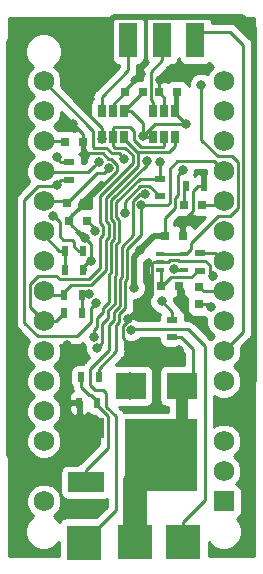
<source format=gbl>
G04 #@! TF.GenerationSoftware,KiCad,Pcbnew,(5.0.0-3-g5ebb6b6)*
G04 #@! TF.CreationDate,2018-09-15T11:59:02+02:00*
G04 #@! TF.ProjectId,Nano_Lambda,4E616E6F5F4C616D6264612E6B696361,rev?*
G04 #@! TF.SameCoordinates,Original*
G04 #@! TF.FileFunction,Copper,L2,Bot,Signal*
G04 #@! TF.FilePolarity,Positive*
%FSLAX46Y46*%
G04 Gerber Fmt 4.6, Leading zero omitted, Abs format (unit mm)*
G04 Created by KiCad (PCBNEW (5.0.0-3-g5ebb6b6)) date Saturday, 15 September 2018 at 11:59:02*
%MOMM*%
%LPD*%
G01*
G04 APERTURE LIST*
G04 #@! TA.AperFunction,ComponentPad*
%ADD10C,1.727200*%
G04 #@! TD*
G04 #@! TA.AperFunction,ComponentPad*
%ADD11R,1.727200X1.727200*%
G04 #@! TD*
G04 #@! TA.AperFunction,SMDPad,CuDef*
%ADD12R,0.797560X0.797560*%
G04 #@! TD*
G04 #@! TA.AperFunction,SMDPad,CuDef*
%ADD13R,0.800000X0.750000*%
G04 #@! TD*
G04 #@! TA.AperFunction,SMDPad,CuDef*
%ADD14R,0.660400X0.406400*%
G04 #@! TD*
G04 #@! TA.AperFunction,SMDPad,CuDef*
%ADD15R,0.900000X0.500000*%
G04 #@! TD*
G04 #@! TA.AperFunction,SMDPad,CuDef*
%ADD16R,0.500000X0.900000*%
G04 #@! TD*
G04 #@! TA.AperFunction,SMDPad,CuDef*
%ADD17R,0.650000X1.060000*%
G04 #@! TD*
G04 #@! TA.AperFunction,SMDPad,CuDef*
%ADD18R,2.500000X2.300000*%
G04 #@! TD*
G04 #@! TA.AperFunction,SMDPad,CuDef*
%ADD19R,1.500000X3.000000*%
G04 #@! TD*
G04 #@! TA.AperFunction,SMDPad,CuDef*
%ADD20R,3.000000X3.000000*%
G04 #@! TD*
G04 #@! TA.AperFunction,SMDPad,CuDef*
%ADD21R,3.048000X1.651000*%
G04 #@! TD*
G04 #@! TA.AperFunction,SMDPad,CuDef*
%ADD22R,6.096000X6.096000*%
G04 #@! TD*
G04 #@! TA.AperFunction,ViaPad*
%ADD23C,0.800000*%
G04 #@! TD*
G04 #@! TA.AperFunction,Conductor*
%ADD24C,0.250000*%
G04 #@! TD*
G04 #@! TA.AperFunction,Conductor*
%ADD25C,1.000000*%
G04 #@! TD*
G04 #@! TA.AperFunction,Conductor*
%ADD26C,0.500000*%
G04 #@! TD*
G04 #@! TA.AperFunction,Conductor*
%ADD27C,2.000000*%
G04 #@! TD*
G04 #@! TA.AperFunction,Conductor*
%ADD28C,0.254000*%
G04 #@! TD*
G04 APERTURE END LIST*
D10*
G04 #@! TO.P,XA1,VIN*
G04 #@! TO.N,Net-(L1-Pad1)*
X163690000Y-97500000D03*
G04 #@! TO.P,XA1,GND2*
G04 #@! TO.N,GND*
X163690000Y-94960000D03*
G04 #@! TO.P,XA1,RST2*
G04 #@! TO.N,N/C*
X163690000Y-92420000D03*
G04 #@! TO.P,XA1,5V*
G04 #@! TO.N,+5V*
X163690000Y-89880000D03*
G04 #@! TO.P,XA1,A7*
G04 #@! TO.N,N/C*
X163690000Y-87340000D03*
G04 #@! TO.P,XA1,A6*
X163690000Y-84800000D03*
G04 #@! TO.P,XA1,A5*
G04 #@! TO.N,/SCL*
X163690000Y-82260000D03*
G04 #@! TO.P,XA1,A4*
G04 #@! TO.N,/SDA*
X163690000Y-79720000D03*
G04 #@! TO.P,XA1,A3*
G04 #@! TO.N,/V_REF*
X163690000Y-77180000D03*
G04 #@! TO.P,XA1,A2*
G04 #@! TO.N,/BRV*
X163690000Y-74640000D03*
G04 #@! TO.P,XA1,A1*
G04 #@! TO.N,/UA*
X163690000Y-72100000D03*
G04 #@! TO.P,XA1,A0*
G04 #@! TO.N,/UR*
X163690000Y-69560000D03*
G04 #@! TO.P,XA1,AREF*
G04 #@! TO.N,Net-(C11-Pad1)*
X163690000Y-67020000D03*
G04 #@! TO.P,XA1,3V3*
G04 #@! TO.N,N/C*
X163690000Y-64480000D03*
G04 #@! TO.P,XA1,D13*
G04 #@! TO.N,/LS_SCK*
X163690000Y-61940000D03*
G04 #@! TO.P,XA1,D12*
G04 #@! TO.N,/LS_MISO*
X178930000Y-61940000D03*
G04 #@! TO.P,XA1,D11*
G04 #@! TO.N,/LS_MOSI*
X178930000Y-64480000D03*
G04 #@! TO.P,XA1,D10*
G04 #@! TO.N,/LS_SS*
X178930000Y-67020000D03*
G04 #@! TO.P,XA1,D9*
G04 #@! TO.N,/DIAHG*
X178930000Y-69560000D03*
G04 #@! TO.P,XA1,D8*
G04 #@! TO.N,/LED_1*
X178930000Y-72100000D03*
G04 #@! TO.P,XA1,D7*
G04 #@! TO.N,N/C*
X178930000Y-74640000D03*
G04 #@! TO.P,XA1,D6*
G04 #@! TO.N,/WBL*
X178930000Y-77180000D03*
G04 #@! TO.P,XA1,D5*
G04 #@! TO.N,/LED_2*
X178930000Y-79720000D03*
G04 #@! TO.P,XA1,D4*
G04 #@! TO.N,Net-(R22-Pad2)*
X178930000Y-82260000D03*
G04 #@! TO.P,XA1,D3*
G04 #@! TO.N,/PD3*
X178930000Y-84800000D03*
G04 #@! TO.P,XA1,D2*
G04 #@! TO.N,/PD2*
X178930000Y-87340000D03*
G04 #@! TO.P,XA1,GND1*
G04 #@! TO.N,GND*
X178930000Y-89880000D03*
G04 #@! TO.P,XA1,RST1*
G04 #@! TO.N,N/C*
X178930000Y-92420000D03*
G04 #@! TO.P,XA1,D0*
X178930000Y-94960000D03*
D11*
G04 #@! TO.P,XA1,D1*
X178930000Y-97500000D03*
G04 #@! TD*
D12*
G04 #@! TO.P,D2,1*
G04 #@! TO.N,Net-(D2-Pad1)*
X175601400Y-72370000D03*
G04 #@! TO.P,D2,2*
G04 #@! TO.N,/LED_1*
X177100000Y-72370000D03*
G04 #@! TD*
G04 #@! TO.P,D3,2*
G04 #@! TO.N,/LED_2*
X176830000Y-79310700D03*
G04 #@! TO.P,D3,1*
G04 #@! TO.N,Net-(D3-Pad1)*
X176830000Y-80809300D03*
G04 #@! TD*
D13*
G04 #@! TO.P,C5,2*
G04 #@! TO.N,GND*
X165860000Y-73720000D03*
G04 #@! TO.P,C5,1*
G04 #@! TO.N,+5V*
X167360000Y-73720000D03*
G04 #@! TD*
G04 #@! TO.P,C7,2*
G04 #@! TO.N,+5V*
X173950000Y-75040000D03*
G04 #@! TO.P,C7,1*
G04 #@! TO.N,GND*
X175450000Y-75040000D03*
G04 #@! TD*
G04 #@! TO.P,C9,1*
G04 #@! TO.N,/UA*
X165640000Y-72210000D03*
G04 #@! TO.P,C9,2*
G04 #@! TO.N,GND*
X167140000Y-72210000D03*
G04 #@! TD*
G04 #@! TO.P,C11,1*
G04 #@! TO.N,Net-(C11-Pad1)*
X165530000Y-67040000D03*
G04 #@! TO.P,C11,2*
G04 #@! TO.N,GND*
X167030000Y-67040000D03*
G04 #@! TD*
G04 #@! TO.P,C12,1*
G04 #@! TO.N,GND*
X175150000Y-79290000D03*
G04 #@! TO.P,C12,2*
G04 #@! TO.N,Net-(C12-Pad2)*
X173650000Y-79290000D03*
G04 #@! TD*
D14*
G04 #@! TO.P,IC1,5*
G04 #@! TO.N,+5V*
X175570000Y-77900000D03*
G04 #@! TO.P,IC1,4*
G04 #@! TO.N,/Out1*
X175570000Y-76579200D03*
G04 #@! TO.P,IC1,2*
G04 #@! TO.N,GND*
X173538000Y-77239600D03*
G04 #@! TO.P,IC1,3*
G04 #@! TO.N,/Out1*
X173538000Y-76579200D03*
G04 #@! TO.P,IC1,1*
G04 #@! TO.N,Net-(C12-Pad2)*
X173538000Y-77900000D03*
G04 #@! TD*
D15*
G04 #@! TO.P,R1,1*
G04 #@! TO.N,Net-(C12-Pad2)*
X176950000Y-77980000D03*
G04 #@! TO.P,R1,2*
G04 #@! TO.N,/WBL*
X176950000Y-76480000D03*
G04 #@! TD*
D16*
G04 #@! TO.P,R2,1*
G04 #@! TO.N,GND*
X177220000Y-70810000D03*
G04 #@! TO.P,R2,2*
G04 #@! TO.N,Net-(D2-Pad1)*
X175720000Y-70810000D03*
G04 #@! TD*
D15*
G04 #@! TO.P,R7,2*
G04 #@! TO.N,/IA*
X165850000Y-70300000D03*
G04 #@! TO.P,R7,1*
G04 #@! TO.N,/IP*
X165850000Y-68800000D03*
G04 #@! TD*
G04 #@! TO.P,R14,1*
G04 #@! TO.N,/RS*
X173500000Y-71680000D03*
G04 #@! TO.P,R14,2*
G04 #@! TO.N,/VM*
X173500000Y-70180000D03*
G04 #@! TD*
D16*
G04 #@! TO.P,R16,1*
G04 #@! TO.N,/BRV*
X165510000Y-76290000D03*
G04 #@! TO.P,R16,2*
G04 #@! TO.N,/+12V_NL*
X167010000Y-76290000D03*
G04 #@! TD*
G04 #@! TO.P,R17,2*
G04 #@! TO.N,/BRV*
X165500000Y-77890000D03*
G04 #@! TO.P,R17,1*
G04 #@! TO.N,GND*
X167000000Y-77890000D03*
G04 #@! TD*
D15*
G04 #@! TO.P,R19,2*
G04 #@! TO.N,/DIAHD*
X174590000Y-82120000D03*
G04 #@! TO.P,R19,1*
G04 #@! TO.N,/NL_HEATER*
X174590000Y-83620000D03*
G04 #@! TD*
D16*
G04 #@! TO.P,R20,2*
G04 #@! TO.N,/DIAHG*
X168350000Y-86980000D03*
G04 #@! TO.P,R20,1*
G04 #@! TO.N,Net-(R20-Pad1)*
X166850000Y-86980000D03*
G04 #@! TD*
G04 #@! TO.P,R21,1*
G04 #@! TO.N,GND*
X166700000Y-89160000D03*
G04 #@! TO.P,R21,2*
G04 #@! TO.N,Net-(R20-Pad1)*
X168200000Y-89160000D03*
G04 #@! TD*
D17*
G04 #@! TO.P,U2,5*
G04 #@! TO.N,/SCL*
X173872000Y-66634000D03*
G04 #@! TO.P,U2,6*
G04 #@! TO.N,+5V*
X172922000Y-66634000D03*
G04 #@! TO.P,U2,4*
G04 #@! TO.N,/SDA*
X174822000Y-66634000D03*
G04 #@! TO.P,U2,3*
G04 #@! TO.N,+5V*
X174822000Y-64434000D03*
G04 #@! TO.P,U2,2*
G04 #@! TO.N,GND*
X173872000Y-64434000D03*
G04 #@! TO.P,U2,1*
G04 #@! TO.N,/DAC2*
X172922000Y-64434000D03*
G04 #@! TD*
G04 #@! TO.P,U3,1*
G04 #@! TO.N,/DAC1*
X168590000Y-64430000D03*
G04 #@! TO.P,U3,2*
G04 #@! TO.N,GND*
X169540000Y-64430000D03*
G04 #@! TO.P,U3,3*
G04 #@! TO.N,+5V*
X170490000Y-64430000D03*
G04 #@! TO.P,U3,4*
G04 #@! TO.N,/SDA*
X170490000Y-66630000D03*
G04 #@! TO.P,U3,6*
G04 #@! TO.N,GND*
X168590000Y-66630000D03*
G04 #@! TO.P,U3,5*
G04 #@! TO.N,/SCL*
X169540000Y-66630000D03*
G04 #@! TD*
D18*
G04 #@! TO.P,U4,2*
G04 #@! TO.N,/+12V_NL*
X171069000Y-87710000D03*
G04 #@! TO.P,U4,1*
G04 #@! TO.N,/NL_HEATER*
X175369000Y-87710000D03*
G04 #@! TD*
D19*
G04 #@! TO.P,J10,1*
G04 #@! TO.N,/PD3*
X176530000Y-58420000D03*
G04 #@! TD*
G04 #@! TO.P,J12,1*
G04 #@! TO.N,/DAC1*
X170840400Y-58420000D03*
G04 #@! TD*
G04 #@! TO.P,J13,1*
G04 #@! TO.N,/DAC2*
X173736000Y-58420000D03*
G04 #@! TD*
D20*
G04 #@! TO.P,J6,1*
G04 #@! TO.N,/NL_HEATER*
X171450000Y-100965000D03*
G04 #@! TD*
G04 #@! TO.P,J2,1*
G04 #@! TO.N,GND*
X167386000Y-58420000D03*
G04 #@! TD*
G04 #@! TO.P,J4,1*
G04 #@! TO.N,/IP*
X167132000Y-100990400D03*
G04 #@! TD*
G04 #@! TO.P,J7,1*
G04 #@! TO.N,/IA*
X175514000Y-100965000D03*
G04 #@! TD*
D21*
G04 #@! TO.P,U5,G*
G04 #@! TO.N,Net-(R20-Pad1)*
X167259000Y-95885000D03*
D22*
G04 #@! TO.P,U5,D*
G04 #@! TO.N,/NL_HEATER*
X173609000Y-93599000D03*
D21*
G04 #@! TO.P,U5,S*
G04 #@! TO.N,GND*
X167259000Y-91313000D03*
G04 #@! TD*
D13*
G04 #@! TO.P,C13,2*
G04 #@! TO.N,+5V*
X174980000Y-62880000D03*
G04 #@! TO.P,C13,1*
G04 #@! TO.N,GND*
X173480000Y-62880000D03*
G04 #@! TD*
G04 #@! TO.P,C14,1*
G04 #@! TO.N,GND*
X170580000Y-62870000D03*
G04 #@! TO.P,C14,2*
G04 #@! TO.N,+5V*
X172080000Y-62870000D03*
G04 #@! TD*
D16*
G04 #@! TO.P,R8,2*
G04 #@! TO.N,+5V*
X166910000Y-79990000D03*
G04 #@! TO.P,R8,1*
G04 #@! TO.N,/SDA*
X165410000Y-79990000D03*
G04 #@! TD*
G04 #@! TO.P,R9,1*
G04 #@! TO.N,/SCL*
X165410000Y-81580000D03*
G04 #@! TO.P,R9,2*
G04 #@! TO.N,+5V*
X166910000Y-81580000D03*
G04 #@! TD*
D23*
G04 #@! TO.N,/+12V_NL*
X171005500Y-87693500D03*
X171005500Y-86995000D03*
X171005500Y-88455500D03*
X164500000Y-73370000D03*
G04 #@! TO.N,GND*
X166130000Y-65520000D03*
X173500000Y-61790000D03*
X168614997Y-66832142D03*
X175480000Y-80400000D03*
X178010000Y-78420000D03*
X175110000Y-84645000D03*
X171920000Y-61290000D03*
X175260000Y-73970000D03*
X167700378Y-77147530D03*
X165960000Y-61260000D03*
X167386000Y-61114000D03*
X174180000Y-61500000D03*
X169590000Y-60790000D03*
X165655441Y-84245010D03*
X170786273Y-82019996D03*
X167209093Y-75239988D03*
X165655441Y-84980000D03*
X165655441Y-85710000D03*
X166110000Y-93650000D03*
X166130000Y-92810000D03*
G04 #@! TO.N,+5V*
X175750000Y-65540000D03*
X171320437Y-79414978D03*
X172087660Y-66582340D03*
X171872056Y-76222500D03*
X175450000Y-69470000D03*
X167528494Y-79913672D03*
X168009998Y-74630000D03*
X174742164Y-77814990D03*
G04 #@! TO.N,/UA*
X169178824Y-69273803D03*
G04 #@! TO.N,/UR*
X168338198Y-68732164D03*
G04 #@! TO.N,/IA*
X171122377Y-83000072D03*
X164780000Y-70700000D03*
X168087858Y-80742609D03*
G04 #@! TO.N,/IP*
X172274760Y-71482231D03*
X164840000Y-68310000D03*
G04 #@! TO.N,/RS*
X170555527Y-73056003D03*
G04 #@! TO.N,Net-(R11-Pad1)*
X172408430Y-68664022D03*
X167910000Y-83560000D03*
G04 #@! TO.N,/DIAHD*
X173679999Y-80558336D03*
G04 #@! TO.N,/DIAHG*
X171949184Y-72427748D03*
G04 #@! TO.N,/LS_SCK*
X170508408Y-68506817D03*
G04 #@! TO.N,/VM*
X168214979Y-84526104D03*
X173538134Y-68783441D03*
G04 #@! TO.N,Net-(D3-Pad1)*
X177840000Y-81010000D03*
G04 #@! TO.N,/Out1*
X177030000Y-62230000D03*
G04 #@! TD*
D24*
G04 #@! TO.N,/+12V_NL*
X165030000Y-75050000D02*
X165030000Y-73860000D01*
X166290000Y-75580000D02*
X166060000Y-75350000D01*
X166290000Y-75920000D02*
X166290000Y-75580000D01*
X166660000Y-76290000D02*
X166290000Y-75920000D01*
X164540000Y-73370000D02*
X164500000Y-73370000D01*
X165030000Y-73860000D02*
X164540000Y-73370000D01*
X165330000Y-75350000D02*
X165030000Y-75050000D01*
X166060000Y-75350000D02*
X165330000Y-75350000D01*
X167010000Y-76290000D02*
X166660000Y-76290000D01*
G04 #@! TO.N,GND*
X173872000Y-63282000D02*
X173480000Y-62890000D01*
X173872000Y-64434000D02*
X173872000Y-63282000D01*
X166130000Y-65520000D02*
X166640000Y-66030000D01*
X167030000Y-66415000D02*
X167030000Y-67040000D01*
X166645000Y-66030000D02*
X167030000Y-66415000D01*
X166640000Y-66030000D02*
X166645000Y-66030000D01*
X166170000Y-62895685D02*
X166170000Y-62330000D01*
X168590000Y-65850000D02*
X166170000Y-63430000D01*
X166170000Y-63430000D02*
X166170000Y-62895685D01*
X168590000Y-66630000D02*
X168590000Y-65850000D01*
X173480000Y-61810000D02*
X173500000Y-61790000D01*
X173480000Y-62880000D02*
X173480000Y-61810000D01*
D25*
X166740999Y-57774999D02*
X165804999Y-57774999D01*
X167386000Y-58420000D02*
X166740999Y-57774999D01*
X165804999Y-57774999D02*
X165430000Y-57400000D01*
X165430000Y-57400000D02*
X162340000Y-57400000D01*
X162340000Y-57400000D02*
X161020000Y-58720000D01*
X162468686Y-94960000D02*
X163690000Y-94960000D01*
X161020000Y-93511314D02*
X162468686Y-94960000D01*
X161020000Y-58720000D02*
X161020000Y-93511314D01*
D24*
X167386000Y-61114000D02*
X167386000Y-58420000D01*
X167259000Y-91313000D02*
X166560500Y-91313000D01*
X166700000Y-90754000D02*
X167259000Y-91313000D01*
X166700000Y-89160000D02*
X166700000Y-90754000D01*
X168590000Y-66630000D02*
X168611924Y-66630000D01*
X168611924Y-66630000D02*
X168614997Y-66633073D01*
X168614997Y-66633073D02*
X168614997Y-66832142D01*
X175480000Y-79620000D02*
X175150000Y-79290000D01*
X175480000Y-80400000D02*
X175480000Y-79620000D01*
X169540000Y-63910000D02*
X170580000Y-62870000D01*
X169540000Y-64430000D02*
X169540000Y-63910000D01*
X170580000Y-62630000D02*
X171920000Y-61290000D01*
X170580000Y-62870000D02*
X170580000Y-62630000D01*
X175450000Y-74160000D02*
X175260000Y-73970000D01*
X175450000Y-75040000D02*
X175450000Y-74160000D01*
X167000000Y-77690000D02*
X167542470Y-77147530D01*
X167542470Y-77147530D02*
X167700378Y-77147530D01*
X167000000Y-77890000D02*
X167000000Y-77690000D01*
X166106000Y-61114000D02*
X165960000Y-61260000D01*
X167386000Y-61114000D02*
X166106000Y-61114000D01*
D26*
X167386000Y-61114000D02*
X167386000Y-58714000D01*
X169630001Y-56469999D02*
X180519999Y-56469999D01*
X167386000Y-58714000D02*
X169630001Y-56469999D01*
X180519999Y-56469999D02*
X181490000Y-57440000D01*
X181490000Y-87320000D02*
X178930000Y-89880000D01*
X181490000Y-57440000D02*
X181490000Y-87320000D01*
D24*
X166560500Y-91313000D02*
X165655441Y-90407941D01*
X165655441Y-84810695D02*
X165655441Y-84245010D01*
X163690000Y-94780000D02*
X163690000Y-94960000D01*
X166560500Y-91909500D02*
X163690000Y-94780000D01*
X166560500Y-91313000D02*
X166560500Y-91909500D01*
X171186272Y-81619997D02*
X170786273Y-82019996D01*
X172820011Y-77377389D02*
X172820011Y-79986258D01*
X172957800Y-77239600D02*
X172820011Y-77377389D01*
X173538000Y-77239600D02*
X172957800Y-77239600D01*
X172820011Y-79986258D02*
X171186272Y-81619997D01*
X167609092Y-75639987D02*
X167209093Y-75239988D01*
X167700378Y-77147530D02*
X167700378Y-75731273D01*
X167700378Y-75731273D02*
X167609092Y-75639987D01*
X165860000Y-73490000D02*
X167140000Y-72210000D01*
X165860000Y-73720000D02*
X165860000Y-73490000D01*
X170370067Y-83660067D02*
X170370067Y-82658580D01*
X171355000Y-84645000D02*
X170370067Y-83660067D01*
X170786273Y-82242374D02*
X170786273Y-82019996D01*
X170370067Y-82658580D02*
X170786273Y-82242374D01*
X175110000Y-84645000D02*
X171355000Y-84645000D01*
X165655441Y-84980000D02*
X165655441Y-84810695D01*
X165655441Y-85710000D02*
X165655441Y-84980000D01*
X165655441Y-90407941D02*
X165655441Y-85710000D01*
X165000000Y-93650000D02*
X166110000Y-93650000D01*
X163690000Y-94960000D02*
X165000000Y-93650000D01*
X176350000Y-72880000D02*
X175659999Y-73570001D01*
X176350000Y-71180000D02*
X176350000Y-72880000D01*
X176720000Y-70810000D02*
X176350000Y-71180000D01*
X175659999Y-73570001D02*
X175260000Y-73970000D01*
X177220000Y-70810000D02*
X176720000Y-70810000D01*
X167372163Y-68007163D02*
X167030000Y-67665000D01*
X168686199Y-68007163D02*
X167372163Y-68007163D01*
X167030000Y-67665000D02*
X167030000Y-67040000D01*
X169930000Y-69547948D02*
X169930000Y-68986662D01*
X169427696Y-68484358D02*
X169163394Y-68484358D01*
X169930000Y-68986662D02*
X169427696Y-68484358D01*
X167892948Y-71585000D02*
X169930000Y-69547948D01*
X169163394Y-68484358D02*
X168686199Y-68007163D01*
X167790000Y-71585000D02*
X167892948Y-71585000D01*
X167165000Y-72210000D02*
X167790000Y-71585000D01*
X167140000Y-72210000D02*
X167165000Y-72210000D01*
X166040000Y-74070895D02*
X166809094Y-74839989D01*
X166809094Y-74839989D02*
X167209093Y-75239988D01*
X167115000Y-72210000D02*
X166040000Y-73285000D01*
X166040000Y-73285000D02*
X166040000Y-74070895D01*
X167140000Y-72210000D02*
X167115000Y-72210000D01*
X173538000Y-77239600D02*
X174244552Y-77239600D01*
X177741399Y-78151399D02*
X178010000Y-78420000D01*
X175110165Y-77109989D02*
X177364991Y-77109989D01*
X175090165Y-77089989D02*
X175110165Y-77109989D01*
X177364991Y-77109989D02*
X177741399Y-77486397D01*
X174394163Y-77089989D02*
X175090165Y-77089989D01*
X174244552Y-77239600D02*
X174394163Y-77089989D01*
X177741399Y-77486397D02*
X177741399Y-78151399D01*
G04 #@! TO.N,+5V*
X174822000Y-63048000D02*
X174980000Y-62890000D01*
X174822000Y-64434000D02*
X174822000Y-63048000D01*
X166910000Y-81580000D02*
X166910000Y-79990000D01*
X174980000Y-64770000D02*
X175750000Y-65540000D01*
X174980000Y-62880000D02*
X174980000Y-64770000D01*
X172922000Y-66634000D02*
X172139320Y-66634000D01*
X172139320Y-66634000D02*
X172087660Y-66582340D01*
X173130000Y-65540000D02*
X175750000Y-65540000D01*
X172087660Y-66582340D02*
X173130000Y-65540000D01*
X170520000Y-64430000D02*
X172080000Y-62870000D01*
X170490000Y-64430000D02*
X170520000Y-64430000D01*
X171065000Y-64430000D02*
X170490000Y-64430000D01*
X172087660Y-65452660D02*
X171065000Y-64430000D01*
X172087660Y-66582340D02*
X172087660Y-65452660D01*
D26*
X171320437Y-79414978D02*
X171320437Y-76774119D01*
X173050000Y-75040000D02*
X171872056Y-76217944D01*
X171320437Y-76774119D02*
X171472057Y-76622499D01*
X173950000Y-75040000D02*
X173050000Y-75040000D01*
X171472057Y-76622499D02*
X171872056Y-76222500D01*
X171872056Y-76217944D02*
X171872056Y-76222500D01*
D24*
X167452166Y-79990000D02*
X167528494Y-79913672D01*
X166910000Y-79990000D02*
X167452166Y-79990000D01*
X168009998Y-74369998D02*
X167360000Y-73720000D01*
X168009998Y-74630000D02*
X168009998Y-74369998D01*
X173950000Y-73506411D02*
X173950000Y-74415000D01*
X174800000Y-72656411D02*
X173950000Y-73506411D01*
X174800000Y-71788838D02*
X174800000Y-72656411D01*
X175060011Y-69859989D02*
X175060011Y-71528827D01*
X173950000Y-74415000D02*
X173950000Y-75040000D01*
X175060011Y-71528827D02*
X174800000Y-71788838D01*
X175450000Y-69470000D02*
X175060011Y-69859989D01*
X174827174Y-77900000D02*
X174742164Y-77814990D01*
X175570000Y-77900000D02*
X174827174Y-77900000D01*
G04 #@! TO.N,/UA*
X165530000Y-72100000D02*
X165640000Y-72210000D01*
X163690000Y-72100000D02*
X165530000Y-72100000D01*
X165640000Y-72210000D02*
X165665000Y-72210000D01*
X165665000Y-72210000D02*
X168201198Y-69673802D01*
X168201198Y-69673802D02*
X168778825Y-69673802D01*
X168778825Y-69673802D02*
X169178824Y-69273803D01*
G04 #@! TO.N,/UR*
X167938199Y-69132163D02*
X168338198Y-68732164D01*
X163720000Y-69590000D02*
X167480362Y-69590000D01*
X167480362Y-69590000D02*
X167938199Y-69132163D01*
X163690000Y-69560000D02*
X163720000Y-69590000D01*
G04 #@! TO.N,Net-(C11-Pad1)*
X165510000Y-67020000D02*
X165530000Y-67040000D01*
X163690000Y-67020000D02*
X165510000Y-67020000D01*
G04 #@! TO.N,Net-(C12-Pad2)*
X173650000Y-78012000D02*
X173538000Y-77900000D01*
X173650000Y-79290000D02*
X173650000Y-78012000D01*
X174425000Y-78540000D02*
X176190000Y-78540000D01*
X176190000Y-78540000D02*
X176750000Y-77980000D01*
X173675000Y-79290000D02*
X174425000Y-78540000D01*
X173650000Y-79290000D02*
X173675000Y-79290000D01*
X176750000Y-77980000D02*
X176950000Y-77980000D01*
G04 #@! TO.N,/BRV*
X165500000Y-76300000D02*
X165510000Y-76290000D01*
X165500000Y-77890000D02*
X165500000Y-76300000D01*
X163690000Y-74970000D02*
X163690000Y-74640000D01*
X165010000Y-76290000D02*
X163690000Y-74970000D01*
X165510000Y-76290000D02*
X165010000Y-76290000D01*
G04 #@! TO.N,/WBL*
X178230000Y-76480000D02*
X178930000Y-77180000D01*
X176950000Y-76480000D02*
X178230000Y-76480000D01*
G04 #@! TO.N,/IA*
X175514000Y-99215000D02*
X177310000Y-97419000D01*
X175866462Y-82921460D02*
X171740706Y-82921460D01*
X175514000Y-100965000D02*
X175514000Y-99215000D01*
X177310000Y-97419000D02*
X177310000Y-84364998D01*
X171740706Y-82921460D02*
X171175021Y-82921460D01*
X177310000Y-84364998D02*
X175866462Y-82921460D01*
X164780000Y-70670000D02*
X164780000Y-70700000D01*
X165850000Y-70300000D02*
X165150000Y-70300000D01*
X165150000Y-70300000D02*
X164780000Y-70670000D01*
X167687859Y-82329139D02*
X167687859Y-81142608D01*
X167687859Y-81142608D02*
X168087858Y-80742609D01*
X166496998Y-83520000D02*
X167687859Y-82329139D01*
X162040000Y-82369130D02*
X163190870Y-83520000D01*
X163190870Y-83520000D02*
X166496998Y-83520000D01*
X164560000Y-70820000D02*
X163210870Y-70820000D01*
X163210870Y-70820000D02*
X162040000Y-71990870D01*
X162040000Y-71990870D02*
X162040000Y-82369130D01*
X164680000Y-70700000D02*
X164560000Y-70820000D01*
X164780000Y-70700000D02*
X164680000Y-70700000D01*
G04 #@! TO.N,/IP*
X165150000Y-68800000D02*
X164840000Y-68490000D01*
X164840000Y-68490000D02*
X164840000Y-68310000D01*
X165850000Y-68800000D02*
X165150000Y-68800000D01*
X171821689Y-71482231D02*
X172274760Y-71482231D01*
X171224168Y-72651640D02*
X171224168Y-72079752D01*
X171280529Y-74938426D02*
X171280529Y-72708001D01*
X170280528Y-75938427D02*
X171280529Y-74938426D01*
X170140044Y-80956807D02*
X170140044Y-78635600D01*
X169611260Y-81485591D02*
X170140044Y-80956807D01*
X171280529Y-72708001D02*
X171224168Y-72651640D01*
X169611260Y-82144566D02*
X169611260Y-81485591D01*
X171224168Y-72079752D02*
X171821689Y-71482231D01*
X170280528Y-78495116D02*
X170280528Y-75938427D01*
X170140044Y-78635600D02*
X170280528Y-78495116D01*
X169190802Y-84719187D02*
X169190802Y-82565024D01*
X167650000Y-87660000D02*
X167650000Y-86259989D01*
X169190802Y-82565024D02*
X169611260Y-82144566D01*
X168740000Y-88070000D02*
X168060000Y-88070000D01*
X169000000Y-88330000D02*
X168740000Y-88070000D01*
X169780000Y-90263087D02*
X169000000Y-89483087D01*
X169780000Y-98260000D02*
X169780000Y-90263087D01*
X167132000Y-100908000D02*
X169780000Y-98260000D01*
X169000000Y-89483087D02*
X169000000Y-88330000D01*
X167650000Y-86259989D02*
X169190802Y-84719187D01*
X168060000Y-88070000D02*
X167650000Y-87660000D01*
X167132000Y-100990400D02*
X167132000Y-100908000D01*
G04 #@! TO.N,/RS*
X170555527Y-72111980D02*
X170555527Y-72490318D01*
X171860000Y-70807507D02*
X170555527Y-72111980D01*
X171926759Y-70757230D02*
X171868241Y-70815748D01*
X173530000Y-71664469D02*
X172622761Y-70757230D01*
X170555527Y-72490318D02*
X170555527Y-73056003D01*
X173530000Y-71680000D02*
X173530000Y-71664469D01*
X171868241Y-70815748D02*
X171860000Y-70807507D01*
X172622761Y-70757230D02*
X171926759Y-70757230D01*
X173500000Y-71680000D02*
X173530000Y-71680000D01*
G04 #@! TO.N,Net-(R11-Pad1)*
X168711238Y-81431766D02*
X168160009Y-81982995D01*
X168160009Y-81982995D02*
X168160009Y-82744306D01*
X169645023Y-73839199D02*
X169645023Y-75300801D01*
X172408430Y-68664022D02*
X172408430Y-68978748D01*
X169380506Y-75565318D02*
X169380506Y-78122316D01*
X172408430Y-68978748D02*
X169380506Y-72006672D01*
X169380506Y-72006672D02*
X169380506Y-73574682D01*
X169240022Y-80584007D02*
X168711238Y-81112791D01*
X169240022Y-78262800D02*
X169240022Y-80584007D01*
X168160009Y-82744306D02*
X167910000Y-82994315D01*
X167910000Y-82994315D02*
X167910000Y-83560000D01*
X169645023Y-75300801D02*
X169380506Y-75565318D01*
X169380506Y-78122316D02*
X169240022Y-78262800D01*
X168711238Y-81112791D02*
X168711238Y-81431766D01*
X169380506Y-73574682D02*
X169645023Y-73839199D01*
G04 #@! TO.N,/DIAHD*
X174590000Y-81468337D02*
X174590000Y-82120000D01*
X173679999Y-80558336D02*
X174590000Y-81468337D01*
G04 #@! TO.N,/NL_HEATER*
X176310000Y-86769000D02*
X175369000Y-87710000D01*
D27*
X171450000Y-95758000D02*
X173609000Y-93599000D01*
X171450000Y-100965000D02*
X171450000Y-95758000D01*
D25*
X175369000Y-91839000D02*
X173609000Y-93599000D01*
X175369000Y-87710000D02*
X175369000Y-91839000D01*
D24*
X176310000Y-84640000D02*
X176310000Y-84940000D01*
X174590000Y-83620000D02*
X175290000Y-83620000D01*
X176310000Y-84940000D02*
X176310000Y-86769000D01*
X175290000Y-83620000D02*
X176310000Y-84640000D01*
X176310000Y-84650000D02*
X176310000Y-84940000D01*
G04 #@! TO.N,/DIAHG*
X174983599Y-68696401D02*
X174349989Y-69330011D01*
X174349989Y-69330011D02*
X174349989Y-72230011D01*
X178930000Y-69560000D02*
X178066401Y-68696401D01*
X174349989Y-72230011D02*
X174152252Y-72427748D01*
X178066401Y-68696401D02*
X174983599Y-68696401D01*
X174152252Y-72427748D02*
X172514869Y-72427748D01*
X172514869Y-72427748D02*
X171949184Y-72427748D01*
X169845749Y-84784251D02*
X169845749Y-82546488D01*
X170730539Y-76125670D02*
X171949184Y-74907025D01*
X169845749Y-82546488D02*
X170061271Y-82330966D01*
X168350000Y-86980000D02*
X168350000Y-86280000D01*
X168350000Y-86280000D02*
X169845749Y-84784251D01*
X170590055Y-78822000D02*
X170730539Y-78681516D01*
X171949184Y-74907025D02*
X171949184Y-72993433D01*
X170061271Y-81671991D02*
X170590055Y-81143207D01*
X171949184Y-72993433D02*
X171949184Y-72427748D01*
X170730539Y-78681516D02*
X170730539Y-76125670D01*
X170590055Y-81143207D02*
X170590055Y-78822000D01*
X170061271Y-82330966D02*
X170061271Y-81671991D01*
G04 #@! TO.N,Net-(R20-Pad1)*
X168190000Y-89150000D02*
X168200000Y-89160000D01*
X167259000Y-94809500D02*
X167259000Y-95885000D01*
X169108001Y-92960499D02*
X167259000Y-94809500D01*
X169108001Y-90268001D02*
X169108001Y-92960499D01*
X168200000Y-89360000D02*
X169108001Y-90268001D01*
X168200000Y-89160000D02*
X168200000Y-89360000D01*
X168200000Y-88960000D02*
X168200000Y-89160000D01*
X167700000Y-88460000D02*
X168200000Y-88960000D01*
X167500000Y-88460000D02*
X167700000Y-88460000D01*
X166850000Y-87810000D02*
X167500000Y-88460000D01*
X166850000Y-86980000D02*
X166850000Y-87810000D01*
G04 #@! TO.N,/LS_SCK*
X163690000Y-61940000D02*
X167889987Y-66139987D01*
X168955957Y-67557152D02*
X169433152Y-68034347D01*
X170035938Y-68034347D02*
X170108409Y-68106818D01*
X167889987Y-67527678D02*
X167919461Y-67557152D01*
X169433152Y-68034347D02*
X170035938Y-68034347D01*
X167919461Y-67557152D02*
X168955957Y-67557152D01*
X170108409Y-68106818D02*
X170508408Y-68506817D01*
X167889987Y-66139987D02*
X167889987Y-67527678D01*
G04 #@! TO.N,/SCL*
X164730000Y-82260000D02*
X165410000Y-81580000D01*
X163690000Y-82260000D02*
X164730000Y-82260000D01*
X169540000Y-65850000D02*
X169615001Y-65774999D01*
X169540000Y-66630000D02*
X169540000Y-65850000D01*
X173796999Y-67489001D02*
X171969001Y-67489001D01*
X173872000Y-67414000D02*
X173796999Y-67489001D01*
X173872000Y-66634000D02*
X173872000Y-67414000D01*
X171969001Y-67489001D02*
X171350000Y-66870000D01*
X171350000Y-66124999D02*
X171000000Y-65774999D01*
X171350000Y-66870000D02*
X171350000Y-66124999D01*
X169615001Y-65774999D02*
X171000000Y-65774999D01*
X169540000Y-67410000D02*
X169540000Y-66630000D01*
X169694988Y-67564988D02*
X169540000Y-67410000D01*
X170602167Y-67564988D02*
X169694988Y-67564988D01*
X168480484Y-73947482D02*
X168480484Y-71633872D01*
X168480484Y-77749516D02*
X168480484Y-75192518D01*
X167520000Y-78710000D02*
X168480484Y-77749516D01*
X165034998Y-78710000D02*
X167520000Y-78710000D01*
X163190000Y-78440000D02*
X164764998Y-78440000D01*
X162501399Y-81071399D02*
X162501399Y-79128601D01*
X163690000Y-82260000D02*
X162501399Y-81071399D01*
X168480484Y-71633872D02*
X171233418Y-68880938D01*
X168480484Y-75192518D02*
X168745001Y-74928001D01*
X168745001Y-74928001D02*
X168745001Y-74211999D01*
X171233418Y-68880938D02*
X171233418Y-68196240D01*
X164764998Y-78440000D02*
X165034998Y-78710000D01*
X168745001Y-74211999D02*
X168480484Y-73947482D01*
X171233418Y-68196240D02*
X170602167Y-67564988D01*
X162501399Y-79128601D02*
X163190000Y-78440000D01*
G04 #@! TO.N,/SDA*
X163960000Y-79990000D02*
X163690000Y-79720000D01*
X165410000Y-79990000D02*
X163960000Y-79990000D01*
X171612601Y-67939012D02*
X174296988Y-67939012D01*
X170410000Y-66650000D02*
X170410000Y-66736411D01*
X174822000Y-67414000D02*
X174822000Y-66634000D01*
X170410000Y-66736411D02*
X171612601Y-67939012D01*
X174296988Y-67939012D02*
X174822000Y-67414000D01*
X171683429Y-69067338D02*
X171683429Y-68009839D01*
X170490000Y-66816410D02*
X170490000Y-66630000D01*
X168930495Y-77935916D02*
X168930495Y-75378917D01*
X169195012Y-74025599D02*
X168930495Y-73761082D01*
X165410000Y-79790000D02*
X166039989Y-79160011D01*
X168931401Y-75378012D02*
X169195012Y-75114401D01*
X165410000Y-79990000D02*
X165410000Y-79790000D01*
X167706400Y-79160011D02*
X168930495Y-77935916D01*
X168930495Y-71820272D02*
X171683429Y-69067338D01*
X168930495Y-73761082D02*
X168930495Y-71820272D01*
X166039989Y-79160011D02*
X167706400Y-79160011D01*
X168930495Y-75378917D02*
X168931401Y-75378012D01*
X169195012Y-75114401D02*
X169195012Y-74025599D01*
X171683429Y-68009839D02*
X170490000Y-66816410D01*
G04 #@! TO.N,/VM*
X173500000Y-68821575D02*
X173538134Y-68783441D01*
X173500000Y-70180000D02*
X173500000Y-68821575D01*
X169830517Y-75751718D02*
X170095034Y-75487201D01*
X169690033Y-80770407D02*
X169690033Y-78449200D01*
X171843589Y-70180000D02*
X172800000Y-70180000D01*
X169830517Y-72193072D02*
X171843589Y-70180000D01*
X169161249Y-81958166D02*
X169161249Y-81299191D01*
X168645001Y-82474414D02*
X169161249Y-81958166D01*
X169830517Y-78308716D02*
X169830517Y-75751718D01*
X169690033Y-78449200D02*
X169830517Y-78308716D01*
X170095034Y-75487201D02*
X170095034Y-73652799D01*
X172800000Y-70180000D02*
X173500000Y-70180000D01*
X169830517Y-73388282D02*
X169830517Y-72193072D01*
X170095034Y-73652799D02*
X169830517Y-73388282D01*
X168645001Y-84096082D02*
X168645001Y-82474414D01*
X169161249Y-81299191D02*
X169690033Y-80770407D01*
X168214979Y-84526104D02*
X168645001Y-84096082D01*
G04 #@! TO.N,/PD3*
X176600000Y-57740000D02*
X176530000Y-57670000D01*
X176530000Y-57670000D02*
X176530000Y-58420000D01*
X179460000Y-57740000D02*
X176600000Y-57740000D01*
X180568612Y-58848612D02*
X179460000Y-57740000D01*
X180568612Y-83161388D02*
X180568612Y-58848612D01*
X178930000Y-84800000D02*
X180568612Y-83161388D01*
G04 #@! TO.N,/DAC1*
X168590000Y-64430000D02*
X168590000Y-63253002D01*
X168590000Y-63253002D02*
X170840400Y-61002602D01*
X170840400Y-60170000D02*
X170840400Y-58420000D01*
X170840400Y-61002602D02*
X170840400Y-60170000D01*
G04 #@! TO.N,/DAC2*
X173736000Y-60170000D02*
X173736000Y-58420000D01*
X172754999Y-61151001D02*
X173736000Y-60170000D01*
X172754999Y-63486999D02*
X172754999Y-61151001D01*
X172922000Y-63654000D02*
X172754999Y-63486999D01*
X172922000Y-64434000D02*
X172922000Y-63654000D01*
G04 #@! TO.N,/LED_1*
X178660000Y-72370000D02*
X178930000Y-72100000D01*
X177100000Y-72370000D02*
X178660000Y-72370000D01*
G04 #@! TO.N,/LED_2*
X177239300Y-79720000D02*
X176830000Y-79310700D01*
X178930000Y-79720000D02*
X177239300Y-79720000D01*
G04 #@! TO.N,Net-(D2-Pad1)*
X175601400Y-70928600D02*
X175720000Y-70810000D01*
X175601400Y-72370000D02*
X175601400Y-70928600D01*
G04 #@! TO.N,Net-(D3-Pad1)*
X177639300Y-80809300D02*
X177840000Y-81010000D01*
X176830000Y-80809300D02*
X177639300Y-80809300D01*
G04 #@! TO.N,/Out1*
X173538000Y-76579200D02*
X175570000Y-76579200D01*
X178450870Y-73360000D02*
X179429130Y-73360000D01*
X179630000Y-68280000D02*
X178430870Y-68280000D01*
X176150200Y-75660670D02*
X178450870Y-73360000D01*
X179429130Y-73360000D02*
X180118601Y-72670529D01*
X177030000Y-66879130D02*
X177030000Y-62795685D01*
X175570000Y-76579200D02*
X175697000Y-76579200D01*
X175697000Y-76579200D02*
X176150200Y-76126000D01*
X176150200Y-76126000D02*
X176150200Y-75660670D01*
X180118601Y-68768601D02*
X179630000Y-68280000D01*
X177030000Y-62795685D02*
X177030000Y-62230000D01*
X180118601Y-72670529D02*
X180118601Y-68768601D01*
X178430870Y-68280000D02*
X177030000Y-66879130D01*
G04 #@! TD*
D28*
G04 #@! TO.N,GND*
G36*
X169492243Y-56672235D02*
X169442960Y-56920000D01*
X169442960Y-59920000D01*
X169492243Y-60167765D01*
X169632591Y-60377809D01*
X169842635Y-60518157D01*
X170080400Y-60565451D01*
X170080400Y-60687800D01*
X168105528Y-62662673D01*
X168042072Y-62705073D01*
X167999672Y-62768529D01*
X167999671Y-62768530D01*
X167874097Y-62956465D01*
X167815112Y-63253002D01*
X167830001Y-63327853D01*
X167830001Y-63426950D01*
X167807191Y-63442191D01*
X167666843Y-63652235D01*
X167617560Y-63900000D01*
X167617560Y-64792758D01*
X165151781Y-62326979D01*
X165188600Y-62238090D01*
X165188600Y-61641910D01*
X164960451Y-61091111D01*
X164582757Y-60713417D01*
X165012504Y-60283669D01*
X165250000Y-59710303D01*
X165250000Y-59089697D01*
X165012504Y-58516331D01*
X164573669Y-58077496D01*
X164000303Y-57840000D01*
X163379697Y-57840000D01*
X162806331Y-58077496D01*
X162367496Y-58516331D01*
X162130000Y-59089697D01*
X162130000Y-59710303D01*
X162367496Y-60283669D01*
X162797244Y-60713417D01*
X162419549Y-61091111D01*
X162191400Y-61641910D01*
X162191400Y-62238090D01*
X162419549Y-62788889D01*
X162840660Y-63210000D01*
X162419549Y-63631111D01*
X162191400Y-64181910D01*
X162191400Y-64778090D01*
X162419549Y-65328889D01*
X162840660Y-65750000D01*
X162419549Y-66171111D01*
X162191400Y-66721910D01*
X162191400Y-67318090D01*
X162419549Y-67868889D01*
X162840660Y-68290000D01*
X162419549Y-68711111D01*
X162191400Y-69261910D01*
X162191400Y-69858090D01*
X162419549Y-70408889D01*
X162483364Y-70472704D01*
X161555530Y-71400539D01*
X161492071Y-71442941D01*
X161324096Y-71694334D01*
X161280000Y-71916019D01*
X161280000Y-71916023D01*
X161265112Y-71990870D01*
X161280000Y-72065717D01*
X161280001Y-82294278D01*
X161265112Y-82369130D01*
X161324097Y-82665667D01*
X161426657Y-82819158D01*
X161492072Y-82917059D01*
X161555528Y-82959459D01*
X162483364Y-83887296D01*
X162419549Y-83951111D01*
X162191400Y-84501910D01*
X162191400Y-85098090D01*
X162419549Y-85648889D01*
X162840660Y-86070000D01*
X162419549Y-86491111D01*
X162191400Y-87041910D01*
X162191400Y-87638090D01*
X162419549Y-88188889D01*
X162840660Y-88610000D01*
X162419549Y-89031111D01*
X162191400Y-89581910D01*
X162191400Y-90178090D01*
X162419549Y-90728889D01*
X162840660Y-91150000D01*
X162419549Y-91571111D01*
X162191400Y-92121910D01*
X162191400Y-92718090D01*
X162419549Y-93268889D01*
X162841111Y-93690451D01*
X163391910Y-93918600D01*
X163988090Y-93918600D01*
X164538889Y-93690451D01*
X164960451Y-93268889D01*
X165188600Y-92718090D01*
X165188600Y-92121910D01*
X164960451Y-91571111D01*
X164539340Y-91150000D01*
X164960451Y-90728889D01*
X165188600Y-90178090D01*
X165188600Y-89581910D01*
X165132201Y-89445750D01*
X165815000Y-89445750D01*
X165815000Y-89736310D01*
X165911673Y-89969699D01*
X166090302Y-90148327D01*
X166323691Y-90245000D01*
X166416250Y-90245000D01*
X166575000Y-90086250D01*
X166575000Y-89287000D01*
X165973750Y-89287000D01*
X165815000Y-89445750D01*
X165132201Y-89445750D01*
X164960451Y-89031111D01*
X164539340Y-88610000D01*
X164960451Y-88188889D01*
X165188600Y-87638090D01*
X165188600Y-87041910D01*
X164960451Y-86491111D01*
X164539340Y-86070000D01*
X164960451Y-85648889D01*
X165188600Y-85098090D01*
X165188600Y-84501910D01*
X165096682Y-84280000D01*
X166422151Y-84280000D01*
X166496998Y-84294888D01*
X166571845Y-84280000D01*
X166571850Y-84280000D01*
X166793535Y-84235904D01*
X167009829Y-84091381D01*
X167032569Y-84146280D01*
X167187752Y-84301463D01*
X167179979Y-84320230D01*
X167179979Y-84731978D01*
X167337548Y-85112384D01*
X167530176Y-85305012D01*
X167165528Y-85669660D01*
X167102072Y-85712060D01*
X167059672Y-85775516D01*
X167059671Y-85775517D01*
X166988147Y-85882560D01*
X166600000Y-85882560D01*
X166352235Y-85931843D01*
X166142191Y-86072191D01*
X166001843Y-86282235D01*
X165952560Y-86530000D01*
X165952560Y-87430000D01*
X166001843Y-87677765D01*
X166078573Y-87792599D01*
X166075112Y-87810000D01*
X166090000Y-87884847D01*
X166090000Y-87884852D01*
X166119562Y-88033464D01*
X166134097Y-88106537D01*
X166158691Y-88143345D01*
X166090302Y-88171673D01*
X165911673Y-88350301D01*
X165815000Y-88583690D01*
X165815000Y-88874250D01*
X165973750Y-89033000D01*
X166575000Y-89033000D01*
X166575000Y-89013000D01*
X166825000Y-89013000D01*
X166825000Y-89033000D01*
X166847000Y-89033000D01*
X166847000Y-89287000D01*
X166825000Y-89287000D01*
X166825000Y-90086250D01*
X166983750Y-90245000D01*
X167076309Y-90245000D01*
X167309698Y-90148327D01*
X167451346Y-90006680D01*
X167492191Y-90067809D01*
X167702235Y-90208157D01*
X167950000Y-90257440D01*
X168022638Y-90257440D01*
X168348001Y-90582804D01*
X168348002Y-92645695D01*
X166774530Y-94219169D01*
X166711071Y-94261571D01*
X166610518Y-94412060D01*
X165735000Y-94412060D01*
X165487235Y-94461343D01*
X165277191Y-94601691D01*
X165136843Y-94811735D01*
X165087560Y-95059500D01*
X165087560Y-96710500D01*
X165136843Y-96958265D01*
X165277191Y-97168309D01*
X165487235Y-97308657D01*
X165735000Y-97357940D01*
X168783000Y-97357940D01*
X169020000Y-97310798D01*
X169020000Y-97945198D01*
X168122238Y-98842960D01*
X165632000Y-98842960D01*
X165384235Y-98892243D01*
X165174191Y-99032591D01*
X165042738Y-99229323D01*
X165012504Y-99156331D01*
X164582757Y-98726584D01*
X164960451Y-98348889D01*
X165188600Y-97798090D01*
X165188600Y-97201910D01*
X164960451Y-96651111D01*
X164538889Y-96229549D01*
X163988090Y-96001400D01*
X163391910Y-96001400D01*
X162841111Y-96229549D01*
X162419549Y-96651111D01*
X162191400Y-97201910D01*
X162191400Y-97798090D01*
X162419549Y-98348889D01*
X162797244Y-98726584D01*
X162367496Y-99156331D01*
X162130000Y-99729697D01*
X162130000Y-100350303D01*
X162367496Y-100923669D01*
X162806331Y-101362504D01*
X163379697Y-101600000D01*
X164000303Y-101600000D01*
X164573669Y-101362504D01*
X164984560Y-100951613D01*
X164984560Y-102160000D01*
X160730000Y-102160000D01*
X160730000Y-56590000D01*
X169547191Y-56590000D01*
X169492243Y-56672235D01*
X169492243Y-56672235D01*
G37*
X169492243Y-56672235D02*
X169442960Y-56920000D01*
X169442960Y-59920000D01*
X169492243Y-60167765D01*
X169632591Y-60377809D01*
X169842635Y-60518157D01*
X170080400Y-60565451D01*
X170080400Y-60687800D01*
X168105528Y-62662673D01*
X168042072Y-62705073D01*
X167999672Y-62768529D01*
X167999671Y-62768530D01*
X167874097Y-62956465D01*
X167815112Y-63253002D01*
X167830001Y-63327853D01*
X167830001Y-63426950D01*
X167807191Y-63442191D01*
X167666843Y-63652235D01*
X167617560Y-63900000D01*
X167617560Y-64792758D01*
X165151781Y-62326979D01*
X165188600Y-62238090D01*
X165188600Y-61641910D01*
X164960451Y-61091111D01*
X164582757Y-60713417D01*
X165012504Y-60283669D01*
X165250000Y-59710303D01*
X165250000Y-59089697D01*
X165012504Y-58516331D01*
X164573669Y-58077496D01*
X164000303Y-57840000D01*
X163379697Y-57840000D01*
X162806331Y-58077496D01*
X162367496Y-58516331D01*
X162130000Y-59089697D01*
X162130000Y-59710303D01*
X162367496Y-60283669D01*
X162797244Y-60713417D01*
X162419549Y-61091111D01*
X162191400Y-61641910D01*
X162191400Y-62238090D01*
X162419549Y-62788889D01*
X162840660Y-63210000D01*
X162419549Y-63631111D01*
X162191400Y-64181910D01*
X162191400Y-64778090D01*
X162419549Y-65328889D01*
X162840660Y-65750000D01*
X162419549Y-66171111D01*
X162191400Y-66721910D01*
X162191400Y-67318090D01*
X162419549Y-67868889D01*
X162840660Y-68290000D01*
X162419549Y-68711111D01*
X162191400Y-69261910D01*
X162191400Y-69858090D01*
X162419549Y-70408889D01*
X162483364Y-70472704D01*
X161555530Y-71400539D01*
X161492071Y-71442941D01*
X161324096Y-71694334D01*
X161280000Y-71916019D01*
X161280000Y-71916023D01*
X161265112Y-71990870D01*
X161280000Y-72065717D01*
X161280001Y-82294278D01*
X161265112Y-82369130D01*
X161324097Y-82665667D01*
X161426657Y-82819158D01*
X161492072Y-82917059D01*
X161555528Y-82959459D01*
X162483364Y-83887296D01*
X162419549Y-83951111D01*
X162191400Y-84501910D01*
X162191400Y-85098090D01*
X162419549Y-85648889D01*
X162840660Y-86070000D01*
X162419549Y-86491111D01*
X162191400Y-87041910D01*
X162191400Y-87638090D01*
X162419549Y-88188889D01*
X162840660Y-88610000D01*
X162419549Y-89031111D01*
X162191400Y-89581910D01*
X162191400Y-90178090D01*
X162419549Y-90728889D01*
X162840660Y-91150000D01*
X162419549Y-91571111D01*
X162191400Y-92121910D01*
X162191400Y-92718090D01*
X162419549Y-93268889D01*
X162841111Y-93690451D01*
X163391910Y-93918600D01*
X163988090Y-93918600D01*
X164538889Y-93690451D01*
X164960451Y-93268889D01*
X165188600Y-92718090D01*
X165188600Y-92121910D01*
X164960451Y-91571111D01*
X164539340Y-91150000D01*
X164960451Y-90728889D01*
X165188600Y-90178090D01*
X165188600Y-89581910D01*
X165132201Y-89445750D01*
X165815000Y-89445750D01*
X165815000Y-89736310D01*
X165911673Y-89969699D01*
X166090302Y-90148327D01*
X166323691Y-90245000D01*
X166416250Y-90245000D01*
X166575000Y-90086250D01*
X166575000Y-89287000D01*
X165973750Y-89287000D01*
X165815000Y-89445750D01*
X165132201Y-89445750D01*
X164960451Y-89031111D01*
X164539340Y-88610000D01*
X164960451Y-88188889D01*
X165188600Y-87638090D01*
X165188600Y-87041910D01*
X164960451Y-86491111D01*
X164539340Y-86070000D01*
X164960451Y-85648889D01*
X165188600Y-85098090D01*
X165188600Y-84501910D01*
X165096682Y-84280000D01*
X166422151Y-84280000D01*
X166496998Y-84294888D01*
X166571845Y-84280000D01*
X166571850Y-84280000D01*
X166793535Y-84235904D01*
X167009829Y-84091381D01*
X167032569Y-84146280D01*
X167187752Y-84301463D01*
X167179979Y-84320230D01*
X167179979Y-84731978D01*
X167337548Y-85112384D01*
X167530176Y-85305012D01*
X167165528Y-85669660D01*
X167102072Y-85712060D01*
X167059672Y-85775516D01*
X167059671Y-85775517D01*
X166988147Y-85882560D01*
X166600000Y-85882560D01*
X166352235Y-85931843D01*
X166142191Y-86072191D01*
X166001843Y-86282235D01*
X165952560Y-86530000D01*
X165952560Y-87430000D01*
X166001843Y-87677765D01*
X166078573Y-87792599D01*
X166075112Y-87810000D01*
X166090000Y-87884847D01*
X166090000Y-87884852D01*
X166119562Y-88033464D01*
X166134097Y-88106537D01*
X166158691Y-88143345D01*
X166090302Y-88171673D01*
X165911673Y-88350301D01*
X165815000Y-88583690D01*
X165815000Y-88874250D01*
X165973750Y-89033000D01*
X166575000Y-89033000D01*
X166575000Y-89013000D01*
X166825000Y-89013000D01*
X166825000Y-89033000D01*
X166847000Y-89033000D01*
X166847000Y-89287000D01*
X166825000Y-89287000D01*
X166825000Y-90086250D01*
X166983750Y-90245000D01*
X167076309Y-90245000D01*
X167309698Y-90148327D01*
X167451346Y-90006680D01*
X167492191Y-90067809D01*
X167702235Y-90208157D01*
X167950000Y-90257440D01*
X168022638Y-90257440D01*
X168348001Y-90582804D01*
X168348002Y-92645695D01*
X166774530Y-94219169D01*
X166711071Y-94261571D01*
X166610518Y-94412060D01*
X165735000Y-94412060D01*
X165487235Y-94461343D01*
X165277191Y-94601691D01*
X165136843Y-94811735D01*
X165087560Y-95059500D01*
X165087560Y-96710500D01*
X165136843Y-96958265D01*
X165277191Y-97168309D01*
X165487235Y-97308657D01*
X165735000Y-97357940D01*
X168783000Y-97357940D01*
X169020000Y-97310798D01*
X169020000Y-97945198D01*
X168122238Y-98842960D01*
X165632000Y-98842960D01*
X165384235Y-98892243D01*
X165174191Y-99032591D01*
X165042738Y-99229323D01*
X165012504Y-99156331D01*
X164582757Y-98726584D01*
X164960451Y-98348889D01*
X165188600Y-97798090D01*
X165188600Y-97201910D01*
X164960451Y-96651111D01*
X164538889Y-96229549D01*
X163988090Y-96001400D01*
X163391910Y-96001400D01*
X162841111Y-96229549D01*
X162419549Y-96651111D01*
X162191400Y-97201910D01*
X162191400Y-97798090D01*
X162419549Y-98348889D01*
X162797244Y-98726584D01*
X162367496Y-99156331D01*
X162130000Y-99729697D01*
X162130000Y-100350303D01*
X162367496Y-100923669D01*
X162806331Y-101362504D01*
X163379697Y-101600000D01*
X164000303Y-101600000D01*
X164573669Y-101362504D01*
X164984560Y-100951613D01*
X164984560Y-102160000D01*
X160730000Y-102160000D01*
X160730000Y-56590000D01*
X169547191Y-56590000D01*
X169492243Y-56672235D01*
G36*
X181535001Y-102160000D02*
X177661440Y-102160000D01*
X177661440Y-100977613D01*
X178046331Y-101362504D01*
X178619697Y-101600000D01*
X179240303Y-101600000D01*
X179813669Y-101362504D01*
X180252504Y-100923669D01*
X180490000Y-100350303D01*
X180490000Y-99729697D01*
X180252504Y-99156331D01*
X180051295Y-98955122D01*
X180251409Y-98821409D01*
X180391757Y-98611365D01*
X180441040Y-98363600D01*
X180441040Y-96636400D01*
X180391757Y-96388635D01*
X180251409Y-96178591D01*
X180041365Y-96038243D01*
X179982755Y-96026585D01*
X180200451Y-95808889D01*
X180428600Y-95258090D01*
X180428600Y-94661910D01*
X180200451Y-94111111D01*
X179779340Y-93690000D01*
X180200451Y-93268889D01*
X180428600Y-92718090D01*
X180428600Y-92121910D01*
X180200451Y-91571111D01*
X179778889Y-91149549D01*
X179228090Y-90921400D01*
X178631910Y-90921400D01*
X178081111Y-91149549D01*
X178070000Y-91160660D01*
X178070000Y-88599340D01*
X178081111Y-88610451D01*
X178631910Y-88838600D01*
X179228090Y-88838600D01*
X179778889Y-88610451D01*
X180200451Y-88188889D01*
X180428600Y-87638090D01*
X180428600Y-87041910D01*
X180200451Y-86491111D01*
X179779340Y-86070000D01*
X180200451Y-85648889D01*
X180428600Y-85098090D01*
X180428600Y-84501910D01*
X180391781Y-84413021D01*
X181053088Y-83751715D01*
X181116541Y-83709317D01*
X181158939Y-83645864D01*
X181158941Y-83645862D01*
X181284515Y-83457926D01*
X181284516Y-83457925D01*
X181328612Y-83236240D01*
X181328612Y-83236236D01*
X181343500Y-83161389D01*
X181328612Y-83086542D01*
X181328612Y-58923458D01*
X181343500Y-58848611D01*
X181328612Y-58773764D01*
X181328612Y-58773760D01*
X181284516Y-58552075D01*
X181116541Y-58300683D01*
X181053085Y-58258283D01*
X180050331Y-57255530D01*
X180007929Y-57192071D01*
X179756537Y-57024096D01*
X179534852Y-56980000D01*
X179534847Y-56980000D01*
X179460000Y-56965112D01*
X179385153Y-56980000D01*
X177927440Y-56980000D01*
X177927440Y-56920000D01*
X177878157Y-56672235D01*
X177823209Y-56590000D01*
X181535000Y-56590000D01*
X181535001Y-102160000D01*
X181535001Y-102160000D01*
G37*
X181535001Y-102160000D02*
X177661440Y-102160000D01*
X177661440Y-100977613D01*
X178046331Y-101362504D01*
X178619697Y-101600000D01*
X179240303Y-101600000D01*
X179813669Y-101362504D01*
X180252504Y-100923669D01*
X180490000Y-100350303D01*
X180490000Y-99729697D01*
X180252504Y-99156331D01*
X180051295Y-98955122D01*
X180251409Y-98821409D01*
X180391757Y-98611365D01*
X180441040Y-98363600D01*
X180441040Y-96636400D01*
X180391757Y-96388635D01*
X180251409Y-96178591D01*
X180041365Y-96038243D01*
X179982755Y-96026585D01*
X180200451Y-95808889D01*
X180428600Y-95258090D01*
X180428600Y-94661910D01*
X180200451Y-94111111D01*
X179779340Y-93690000D01*
X180200451Y-93268889D01*
X180428600Y-92718090D01*
X180428600Y-92121910D01*
X180200451Y-91571111D01*
X179778889Y-91149549D01*
X179228090Y-90921400D01*
X178631910Y-90921400D01*
X178081111Y-91149549D01*
X178070000Y-91160660D01*
X178070000Y-88599340D01*
X178081111Y-88610451D01*
X178631910Y-88838600D01*
X179228090Y-88838600D01*
X179778889Y-88610451D01*
X180200451Y-88188889D01*
X180428600Y-87638090D01*
X180428600Y-87041910D01*
X180200451Y-86491111D01*
X179779340Y-86070000D01*
X180200451Y-85648889D01*
X180428600Y-85098090D01*
X180428600Y-84501910D01*
X180391781Y-84413021D01*
X181053088Y-83751715D01*
X181116541Y-83709317D01*
X181158939Y-83645864D01*
X181158941Y-83645862D01*
X181284515Y-83457926D01*
X181284516Y-83457925D01*
X181328612Y-83236240D01*
X181328612Y-83236236D01*
X181343500Y-83161389D01*
X181328612Y-83086542D01*
X181328612Y-58923458D01*
X181343500Y-58848611D01*
X181328612Y-58773764D01*
X181328612Y-58773760D01*
X181284516Y-58552075D01*
X181116541Y-58300683D01*
X181053085Y-58258283D01*
X180050331Y-57255530D01*
X180007929Y-57192071D01*
X179756537Y-57024096D01*
X179534852Y-56980000D01*
X179534847Y-56980000D01*
X179460000Y-56965112D01*
X179385153Y-56980000D01*
X177927440Y-56980000D01*
X177927440Y-56920000D01*
X177878157Y-56672235D01*
X177823209Y-56590000D01*
X181535000Y-56590000D01*
X181535001Y-102160000D01*
G36*
X173492560Y-83870000D02*
X173541843Y-84117765D01*
X173682191Y-84327809D01*
X173892235Y-84468157D01*
X174140000Y-84517440D01*
X175040000Y-84517440D01*
X175100587Y-84505389D01*
X175550000Y-84954802D01*
X175550001Y-85912560D01*
X174119000Y-85912560D01*
X173871235Y-85961843D01*
X173661191Y-86102191D01*
X173520843Y-86312235D01*
X173471560Y-86560000D01*
X173471560Y-88860000D01*
X173520843Y-89107765D01*
X173661191Y-89317809D01*
X173871235Y-89458157D01*
X174119000Y-89507440D01*
X174234000Y-89507440D01*
X174234001Y-89903560D01*
X170561000Y-89903560D01*
X170466390Y-89922379D01*
X170327929Y-89715158D01*
X170264473Y-89672758D01*
X170099155Y-89507440D01*
X172319000Y-89507440D01*
X172566765Y-89458157D01*
X172776809Y-89317809D01*
X172917157Y-89107765D01*
X172966440Y-88860000D01*
X172966440Y-86560000D01*
X172917157Y-86312235D01*
X172776809Y-86102191D01*
X172566765Y-85961843D01*
X172319000Y-85912560D01*
X169819000Y-85912560D01*
X169785597Y-85919204D01*
X170330222Y-85374580D01*
X170393678Y-85332180D01*
X170561653Y-85080788D01*
X170605749Y-84859103D01*
X170605749Y-84859099D01*
X170620637Y-84784251D01*
X170605749Y-84709403D01*
X170605749Y-83906354D01*
X170916503Y-84035072D01*
X171328251Y-84035072D01*
X171708657Y-83877503D01*
X171904700Y-83681460D01*
X173492560Y-83681460D01*
X173492560Y-83870000D01*
X173492560Y-83870000D01*
G37*
X173492560Y-83870000D02*
X173541843Y-84117765D01*
X173682191Y-84327809D01*
X173892235Y-84468157D01*
X174140000Y-84517440D01*
X175040000Y-84517440D01*
X175100587Y-84505389D01*
X175550000Y-84954802D01*
X175550001Y-85912560D01*
X174119000Y-85912560D01*
X173871235Y-85961843D01*
X173661191Y-86102191D01*
X173520843Y-86312235D01*
X173471560Y-86560000D01*
X173471560Y-88860000D01*
X173520843Y-89107765D01*
X173661191Y-89317809D01*
X173871235Y-89458157D01*
X174119000Y-89507440D01*
X174234000Y-89507440D01*
X174234001Y-89903560D01*
X170561000Y-89903560D01*
X170466390Y-89922379D01*
X170327929Y-89715158D01*
X170264473Y-89672758D01*
X170099155Y-89507440D01*
X172319000Y-89507440D01*
X172566765Y-89458157D01*
X172776809Y-89317809D01*
X172917157Y-89107765D01*
X172966440Y-88860000D01*
X172966440Y-86560000D01*
X172917157Y-86312235D01*
X172776809Y-86102191D01*
X172566765Y-85961843D01*
X172319000Y-85912560D01*
X169819000Y-85912560D01*
X169785597Y-85919204D01*
X170330222Y-85374580D01*
X170393678Y-85332180D01*
X170561653Y-85080788D01*
X170605749Y-84859103D01*
X170605749Y-84859099D01*
X170620637Y-84784251D01*
X170605749Y-84709403D01*
X170605749Y-83906354D01*
X170916503Y-84035072D01*
X171328251Y-84035072D01*
X171708657Y-83877503D01*
X171904700Y-83681460D01*
X173492560Y-83681460D01*
X173492560Y-83870000D01*
G36*
X175297000Y-79417000D02*
X175277000Y-79417000D01*
X175277000Y-80141250D01*
X175435750Y-80300000D01*
X175676309Y-80300000D01*
X175817387Y-80241563D01*
X175783780Y-80410520D01*
X175783780Y-81208080D01*
X175833063Y-81455845D01*
X175973411Y-81665889D01*
X176183455Y-81806237D01*
X176431220Y-81855520D01*
X177221809Y-81855520D01*
X177253720Y-81887431D01*
X177431712Y-81961157D01*
X177431400Y-81961910D01*
X177431400Y-82558090D01*
X177659549Y-83108889D01*
X178080660Y-83530000D01*
X177819361Y-83791299D01*
X177794473Y-83774669D01*
X176456793Y-82436990D01*
X176414391Y-82373531D01*
X176162999Y-82205556D01*
X175941314Y-82161460D01*
X175941309Y-82161460D01*
X175866462Y-82146572D01*
X175791615Y-82161460D01*
X175687440Y-82161460D01*
X175687440Y-81870000D01*
X175638157Y-81622235D01*
X175497809Y-81412191D01*
X175331635Y-81301156D01*
X175305904Y-81171800D01*
X175305904Y-81171799D01*
X175180329Y-80983864D01*
X175137929Y-80920408D01*
X175074473Y-80878008D01*
X174714999Y-80518534D01*
X174714999Y-80352462D01*
X174693269Y-80300000D01*
X174864250Y-80300000D01*
X175023000Y-80141250D01*
X175023000Y-79417000D01*
X175003000Y-79417000D01*
X175003000Y-79300000D01*
X175297000Y-79300000D01*
X175297000Y-79417000D01*
X175297000Y-79417000D01*
G37*
X175297000Y-79417000D02*
X175277000Y-79417000D01*
X175277000Y-80141250D01*
X175435750Y-80300000D01*
X175676309Y-80300000D01*
X175817387Y-80241563D01*
X175783780Y-80410520D01*
X175783780Y-81208080D01*
X175833063Y-81455845D01*
X175973411Y-81665889D01*
X176183455Y-81806237D01*
X176431220Y-81855520D01*
X177221809Y-81855520D01*
X177253720Y-81887431D01*
X177431712Y-81961157D01*
X177431400Y-81961910D01*
X177431400Y-82558090D01*
X177659549Y-83108889D01*
X178080660Y-83530000D01*
X177819361Y-83791299D01*
X177794473Y-83774669D01*
X176456793Y-82436990D01*
X176414391Y-82373531D01*
X176162999Y-82205556D01*
X175941314Y-82161460D01*
X175941309Y-82161460D01*
X175866462Y-82146572D01*
X175791615Y-82161460D01*
X175687440Y-82161460D01*
X175687440Y-81870000D01*
X175638157Y-81622235D01*
X175497809Y-81412191D01*
X175331635Y-81301156D01*
X175305904Y-81171800D01*
X175305904Y-81171799D01*
X175180329Y-80983864D01*
X175137929Y-80920408D01*
X175074473Y-80878008D01*
X174714999Y-80518534D01*
X174714999Y-80352462D01*
X174693269Y-80300000D01*
X174864250Y-80300000D01*
X175023000Y-80141250D01*
X175023000Y-79417000D01*
X175003000Y-79417000D01*
X175003000Y-79300000D01*
X175297000Y-79300000D01*
X175297000Y-79417000D01*
G36*
X172606149Y-77012599D02*
X172609643Y-77030165D01*
X172749584Y-77239600D01*
X172609643Y-77449035D01*
X172606149Y-77466601D01*
X172572800Y-77499950D01*
X172572800Y-77569109D01*
X172581555Y-77590245D01*
X172560360Y-77696800D01*
X172560360Y-78103200D01*
X172609643Y-78350965D01*
X172736406Y-78540678D01*
X172651843Y-78667235D01*
X172602560Y-78915000D01*
X172602560Y-79665000D01*
X172651843Y-79912765D01*
X172760049Y-80074706D01*
X172644999Y-80352462D01*
X172644999Y-80764210D01*
X172802568Y-81144616D01*
X173093719Y-81435767D01*
X173474125Y-81593336D01*
X173561153Y-81593336D01*
X173541843Y-81622235D01*
X173492560Y-81870000D01*
X173492560Y-82161460D01*
X171747476Y-82161460D01*
X171708657Y-82122641D01*
X171328251Y-81965072D01*
X170916503Y-81965072D01*
X170821271Y-82004518D01*
X170821271Y-81986792D01*
X171074528Y-81733536D01*
X171137984Y-81691136D01*
X171305959Y-81439744D01*
X171350055Y-81218059D01*
X171350055Y-81218055D01*
X171364943Y-81143207D01*
X171350055Y-81068359D01*
X171350055Y-80449978D01*
X171526311Y-80449978D01*
X171906717Y-80292409D01*
X172197868Y-80001258D01*
X172355437Y-79620852D01*
X172355437Y-79209104D01*
X172205437Y-78846971D01*
X172205437Y-77204685D01*
X172458336Y-77099931D01*
X172575909Y-76982359D01*
X172606149Y-77012599D01*
X172606149Y-77012599D01*
G37*
X172606149Y-77012599D02*
X172609643Y-77030165D01*
X172749584Y-77239600D01*
X172609643Y-77449035D01*
X172606149Y-77466601D01*
X172572800Y-77499950D01*
X172572800Y-77569109D01*
X172581555Y-77590245D01*
X172560360Y-77696800D01*
X172560360Y-78103200D01*
X172609643Y-78350965D01*
X172736406Y-78540678D01*
X172651843Y-78667235D01*
X172602560Y-78915000D01*
X172602560Y-79665000D01*
X172651843Y-79912765D01*
X172760049Y-80074706D01*
X172644999Y-80352462D01*
X172644999Y-80764210D01*
X172802568Y-81144616D01*
X173093719Y-81435767D01*
X173474125Y-81593336D01*
X173561153Y-81593336D01*
X173541843Y-81622235D01*
X173492560Y-81870000D01*
X173492560Y-82161460D01*
X171747476Y-82161460D01*
X171708657Y-82122641D01*
X171328251Y-81965072D01*
X170916503Y-81965072D01*
X170821271Y-82004518D01*
X170821271Y-81986792D01*
X171074528Y-81733536D01*
X171137984Y-81691136D01*
X171305959Y-81439744D01*
X171350055Y-81218059D01*
X171350055Y-81218055D01*
X171364943Y-81143207D01*
X171350055Y-81068359D01*
X171350055Y-80449978D01*
X171526311Y-80449978D01*
X171906717Y-80292409D01*
X172197868Y-80001258D01*
X172355437Y-79620852D01*
X172355437Y-79209104D01*
X172205437Y-78846971D01*
X172205437Y-77204685D01*
X172458336Y-77099931D01*
X172575909Y-76982359D01*
X172606149Y-77012599D01*
G36*
X178080660Y-78450000D02*
X177887930Y-78642730D01*
X177998157Y-78477765D01*
X178016451Y-78385791D01*
X178080660Y-78450000D01*
X178080660Y-78450000D01*
G37*
X178080660Y-78450000D02*
X177887930Y-78642730D01*
X177998157Y-78477765D01*
X178016451Y-78385791D01*
X178080660Y-78450000D01*
G36*
X167125000Y-77763000D02*
X167147000Y-77763000D01*
X167147000Y-77950000D01*
X166853000Y-77950000D01*
X166853000Y-77763000D01*
X166875000Y-77763000D01*
X166875000Y-77743000D01*
X167125000Y-77743000D01*
X167125000Y-77763000D01*
X167125000Y-77763000D01*
G37*
X167125000Y-77763000D02*
X167147000Y-77763000D01*
X167147000Y-77950000D01*
X166853000Y-77950000D01*
X166853000Y-77763000D01*
X166875000Y-77763000D01*
X166875000Y-77743000D01*
X167125000Y-77743000D01*
X167125000Y-77763000D01*
G36*
X166712235Y-74693157D02*
X166960000Y-74742440D01*
X166974998Y-74742440D01*
X166974998Y-74835874D01*
X167122742Y-75192560D01*
X166945164Y-75192560D01*
X166837929Y-75032071D01*
X166774470Y-74989669D01*
X166650331Y-74865530D01*
X166607929Y-74802071D01*
X166456534Y-74700912D01*
X166619698Y-74633327D01*
X166620898Y-74632127D01*
X166712235Y-74693157D01*
X166712235Y-74693157D01*
G37*
X166712235Y-74693157D02*
X166960000Y-74742440D01*
X166974998Y-74742440D01*
X166974998Y-74835874D01*
X167122742Y-75192560D01*
X166945164Y-75192560D01*
X166837929Y-75032071D01*
X166774470Y-74989669D01*
X166650331Y-74865530D01*
X166607929Y-74802071D01*
X166456534Y-74700912D01*
X166619698Y-74633327D01*
X166620898Y-74632127D01*
X166712235Y-74693157D01*
G36*
X176453455Y-73366937D02*
X176701220Y-73416220D01*
X177319848Y-73416220D01*
X176400758Y-74335311D01*
X176388327Y-74305301D01*
X176209698Y-74126673D01*
X175976309Y-74030000D01*
X175735750Y-74030000D01*
X175577000Y-74188750D01*
X175577000Y-74913000D01*
X175597000Y-74913000D01*
X175597000Y-75120631D01*
X175552653Y-75187000D01*
X175323000Y-75187000D01*
X175323000Y-75167000D01*
X175303000Y-75167000D01*
X175303000Y-74913000D01*
X175323000Y-74913000D01*
X175323000Y-74188750D01*
X175164250Y-74030000D01*
X174923691Y-74030000D01*
X174710000Y-74118514D01*
X174710000Y-73821212D01*
X175129531Y-73401682D01*
X175202620Y-73416220D01*
X176000180Y-73416220D01*
X176247945Y-73366937D01*
X176350700Y-73298278D01*
X176453455Y-73366937D01*
X176453455Y-73366937D01*
G37*
X176453455Y-73366937D02*
X176701220Y-73416220D01*
X177319848Y-73416220D01*
X176400758Y-74335311D01*
X176388327Y-74305301D01*
X176209698Y-74126673D01*
X175976309Y-74030000D01*
X175735750Y-74030000D01*
X175577000Y-74188750D01*
X175577000Y-74913000D01*
X175597000Y-74913000D01*
X175597000Y-75120631D01*
X175552653Y-75187000D01*
X175323000Y-75187000D01*
X175323000Y-75167000D01*
X175303000Y-75167000D01*
X175303000Y-74913000D01*
X175323000Y-74913000D01*
X175323000Y-74188750D01*
X175164250Y-74030000D01*
X174923691Y-74030000D01*
X174710000Y-74118514D01*
X174710000Y-73821212D01*
X175129531Y-73401682D01*
X175202620Y-73416220D01*
X176000180Y-73416220D01*
X176247945Y-73366937D01*
X176350700Y-73298278D01*
X176453455Y-73366937D01*
G36*
X165987000Y-73593000D02*
X166007000Y-73593000D01*
X166007000Y-73847000D01*
X165987000Y-73847000D01*
X165987000Y-73867000D01*
X165803496Y-73867000D01*
X165804888Y-73860000D01*
X165790000Y-73785152D01*
X165790000Y-73785148D01*
X165747801Y-73573000D01*
X165987000Y-73573000D01*
X165987000Y-73593000D01*
X165987000Y-73593000D01*
G37*
X165987000Y-73593000D02*
X166007000Y-73593000D01*
X166007000Y-73847000D01*
X165987000Y-73847000D01*
X165987000Y-73867000D01*
X165803496Y-73867000D01*
X165804888Y-73860000D01*
X165790000Y-73785152D01*
X165790000Y-73785148D01*
X165747801Y-73573000D01*
X165987000Y-73573000D01*
X165987000Y-73593000D01*
G36*
X167996012Y-71043543D02*
X167932556Y-71085943D01*
X167890156Y-71149399D01*
X167890155Y-71149400D01*
X167764581Y-71337335D01*
X167705596Y-71633872D01*
X167720485Y-71708724D01*
X167720485Y-72697560D01*
X166960000Y-72697560D01*
X166712235Y-72746843D01*
X166646513Y-72790758D01*
X166687440Y-72585000D01*
X166687440Y-72262361D01*
X168516000Y-70433802D01*
X168605753Y-70433802D01*
X167996012Y-71043543D01*
X167996012Y-71043543D01*
G37*
X167996012Y-71043543D02*
X167932556Y-71085943D01*
X167890156Y-71149399D01*
X167890155Y-71149400D01*
X167764581Y-71337335D01*
X167705596Y-71633872D01*
X167720485Y-71708724D01*
X167720485Y-72697560D01*
X166960000Y-72697560D01*
X166712235Y-72746843D01*
X166646513Y-72790758D01*
X166687440Y-72585000D01*
X166687440Y-72262361D01*
X168516000Y-70433802D01*
X168605753Y-70433802D01*
X167996012Y-71043543D01*
G36*
X177431400Y-69797350D02*
X177345000Y-69883750D01*
X177345000Y-70683000D01*
X177367000Y-70683000D01*
X177367000Y-70937000D01*
X177345000Y-70937000D01*
X177345000Y-70957000D01*
X177095000Y-70957000D01*
X177095000Y-70937000D01*
X177073000Y-70937000D01*
X177073000Y-70683000D01*
X177095000Y-70683000D01*
X177095000Y-69883750D01*
X176936250Y-69725000D01*
X176843691Y-69725000D01*
X176610302Y-69821673D01*
X176468654Y-69963320D01*
X176427809Y-69902191D01*
X176399180Y-69883062D01*
X176485000Y-69675874D01*
X176485000Y-69456401D01*
X177431400Y-69456401D01*
X177431400Y-69797350D01*
X177431400Y-69797350D01*
G37*
X177431400Y-69797350D02*
X177345000Y-69883750D01*
X177345000Y-70683000D01*
X177367000Y-70683000D01*
X177367000Y-70937000D01*
X177345000Y-70937000D01*
X177345000Y-70957000D01*
X177095000Y-70957000D01*
X177095000Y-70937000D01*
X177073000Y-70937000D01*
X177073000Y-70683000D01*
X177095000Y-70683000D01*
X177095000Y-69883750D01*
X176936250Y-69725000D01*
X176843691Y-69725000D01*
X176610302Y-69821673D01*
X176468654Y-69963320D01*
X176427809Y-69902191D01*
X176399180Y-69883062D01*
X176485000Y-69675874D01*
X176485000Y-69456401D01*
X177431400Y-69456401D01*
X177431400Y-69797350D01*
G36*
X167129988Y-67452827D02*
X167115099Y-67527678D01*
X167157000Y-67738328D01*
X167157000Y-67891250D01*
X167315750Y-68050000D01*
X167324949Y-68050000D01*
X167342059Y-68075607D01*
X167359726Y-68087411D01*
X167371532Y-68105081D01*
X167454661Y-68160626D01*
X167303198Y-68526290D01*
X167303198Y-68692362D01*
X167165561Y-68830000D01*
X166947440Y-68830000D01*
X166947440Y-68550000D01*
X166898157Y-68302235D01*
X166757809Y-68092191D01*
X166694666Y-68050000D01*
X166744250Y-68050000D01*
X166903000Y-67891250D01*
X166903000Y-67167000D01*
X166883000Y-67167000D01*
X166883000Y-66913000D01*
X166903000Y-66913000D01*
X166903000Y-66893000D01*
X167129987Y-66893000D01*
X167129988Y-67452827D01*
X167129988Y-67452827D01*
G37*
X167129988Y-67452827D02*
X167115099Y-67527678D01*
X167157000Y-67738328D01*
X167157000Y-67891250D01*
X167315750Y-68050000D01*
X167324949Y-68050000D01*
X167342059Y-68075607D01*
X167359726Y-68087411D01*
X167371532Y-68105081D01*
X167454661Y-68160626D01*
X167303198Y-68526290D01*
X167303198Y-68692362D01*
X167165561Y-68830000D01*
X166947440Y-68830000D01*
X166947440Y-68550000D01*
X166898157Y-68302235D01*
X166757809Y-68092191D01*
X166694666Y-68050000D01*
X166744250Y-68050000D01*
X166903000Y-67891250D01*
X166903000Y-67167000D01*
X166883000Y-67167000D01*
X166883000Y-66913000D01*
X166903000Y-66913000D01*
X166903000Y-66893000D01*
X167129987Y-66893000D01*
X167129988Y-67452827D01*
G36*
X166705198Y-66030000D02*
X166503691Y-66030000D01*
X166270302Y-66126673D01*
X166269102Y-66127873D01*
X166177765Y-66066843D01*
X165930000Y-66017560D01*
X165130000Y-66017560D01*
X164882235Y-66066843D01*
X164866618Y-66077278D01*
X164539340Y-65750000D01*
X164960451Y-65328889D01*
X165188600Y-64778090D01*
X165188600Y-64513401D01*
X166705198Y-66030000D01*
X166705198Y-66030000D01*
G37*
X166705198Y-66030000D02*
X166503691Y-66030000D01*
X166270302Y-66126673D01*
X166269102Y-66127873D01*
X166177765Y-66066843D01*
X165930000Y-66017560D01*
X165130000Y-66017560D01*
X164882235Y-66066843D01*
X164866618Y-66077278D01*
X164539340Y-65750000D01*
X164960451Y-65328889D01*
X165188600Y-64778090D01*
X165188600Y-64513401D01*
X166705198Y-66030000D01*
G36*
X173607000Y-62753000D02*
X173627000Y-62753000D01*
X173627000Y-63007000D01*
X173607000Y-63007000D01*
X173607000Y-63027000D01*
X173514999Y-63027000D01*
X173514999Y-62733000D01*
X173607000Y-62733000D01*
X173607000Y-62753000D01*
X173607000Y-62753000D01*
G37*
X173607000Y-62753000D02*
X173627000Y-62753000D01*
X173627000Y-63007000D01*
X173607000Y-63007000D01*
X173607000Y-63027000D01*
X173514999Y-63027000D01*
X173514999Y-62733000D01*
X173607000Y-62733000D01*
X173607000Y-62753000D01*
G36*
X170707000Y-62743000D02*
X170727000Y-62743000D01*
X170727000Y-62997000D01*
X170707000Y-62997000D01*
X170707000Y-63017000D01*
X170453000Y-63017000D01*
X170453000Y-62997000D01*
X170433000Y-62997000D01*
X170433000Y-62743000D01*
X170453000Y-62743000D01*
X170453000Y-62723000D01*
X170707000Y-62723000D01*
X170707000Y-62743000D01*
X170707000Y-62743000D01*
G37*
X170707000Y-62743000D02*
X170727000Y-62743000D01*
X170727000Y-62997000D01*
X170707000Y-62997000D01*
X170707000Y-63017000D01*
X170453000Y-63017000D01*
X170453000Y-62997000D01*
X170433000Y-62997000D01*
X170433000Y-62743000D01*
X170453000Y-62743000D01*
X170453000Y-62723000D01*
X170707000Y-62723000D01*
X170707000Y-62743000D01*
G36*
X175181843Y-60167765D02*
X175322191Y-60377809D01*
X175532235Y-60518157D01*
X175780000Y-60567440D01*
X177280000Y-60567440D01*
X177527765Y-60518157D01*
X177716125Y-60392298D01*
X178037244Y-60713417D01*
X177659549Y-61091111D01*
X177560773Y-61329577D01*
X177235874Y-61195000D01*
X176824126Y-61195000D01*
X176443720Y-61352569D01*
X176152569Y-61643720D01*
X175995000Y-62024126D01*
X175995000Y-62341911D01*
X175978157Y-62257235D01*
X175837809Y-62047191D01*
X175627765Y-61906843D01*
X175380000Y-61857560D01*
X174580000Y-61857560D01*
X174332235Y-61906843D01*
X174240898Y-61967873D01*
X174239698Y-61966673D01*
X174006309Y-61870000D01*
X173765750Y-61870000D01*
X173607002Y-62028748D01*
X173607002Y-61870000D01*
X173514999Y-61870000D01*
X173514999Y-61465802D01*
X174220473Y-60760329D01*
X174283929Y-60717929D01*
X174384483Y-60567440D01*
X174486000Y-60567440D01*
X174733765Y-60518157D01*
X174943809Y-60377809D01*
X175084157Y-60167765D01*
X175133000Y-59922212D01*
X175181843Y-60167765D01*
X175181843Y-60167765D01*
G37*
X175181843Y-60167765D02*
X175322191Y-60377809D01*
X175532235Y-60518157D01*
X175780000Y-60567440D01*
X177280000Y-60567440D01*
X177527765Y-60518157D01*
X177716125Y-60392298D01*
X178037244Y-60713417D01*
X177659549Y-61091111D01*
X177560773Y-61329577D01*
X177235874Y-61195000D01*
X176824126Y-61195000D01*
X176443720Y-61352569D01*
X176152569Y-61643720D01*
X175995000Y-62024126D01*
X175995000Y-62341911D01*
X175978157Y-62257235D01*
X175837809Y-62047191D01*
X175627765Y-61906843D01*
X175380000Y-61857560D01*
X174580000Y-61857560D01*
X174332235Y-61906843D01*
X174240898Y-61967873D01*
X174239698Y-61966673D01*
X174006309Y-61870000D01*
X173765750Y-61870000D01*
X173607002Y-62028748D01*
X173607002Y-61870000D01*
X173514999Y-61870000D01*
X173514999Y-61465802D01*
X174220473Y-60760329D01*
X174283929Y-60717929D01*
X174384483Y-60567440D01*
X174486000Y-60567440D01*
X174733765Y-60518157D01*
X174943809Y-60377809D01*
X175084157Y-60167765D01*
X175133000Y-59922212D01*
X175181843Y-60167765D01*
G36*
X172387843Y-56672235D02*
X172338560Y-56920000D01*
X172338560Y-59920000D01*
X172387843Y-60167765D01*
X172498230Y-60332969D01*
X172270527Y-60560672D01*
X172207071Y-60603072D01*
X172164671Y-60666528D01*
X172164670Y-60666529D01*
X172039096Y-60854464D01*
X171980111Y-61151001D01*
X171995000Y-61225853D01*
X171995000Y-61847560D01*
X171680000Y-61847560D01*
X171432235Y-61896843D01*
X171340898Y-61957873D01*
X171339698Y-61956673D01*
X171106309Y-61860000D01*
X171057804Y-61860000D01*
X171324873Y-61592931D01*
X171388329Y-61550531D01*
X171556304Y-61299139D01*
X171600400Y-61077454D01*
X171600400Y-61077450D01*
X171615288Y-61002603D01*
X171600400Y-60927756D01*
X171600400Y-60565451D01*
X171838165Y-60518157D01*
X172048209Y-60377809D01*
X172188557Y-60167765D01*
X172237840Y-59920000D01*
X172237840Y-56920000D01*
X172188557Y-56672235D01*
X172133609Y-56590000D01*
X172442791Y-56590000D01*
X172387843Y-56672235D01*
X172387843Y-56672235D01*
G37*
X172387843Y-56672235D02*
X172338560Y-56920000D01*
X172338560Y-59920000D01*
X172387843Y-60167765D01*
X172498230Y-60332969D01*
X172270527Y-60560672D01*
X172207071Y-60603072D01*
X172164671Y-60666528D01*
X172164670Y-60666529D01*
X172039096Y-60854464D01*
X171980111Y-61151001D01*
X171995000Y-61225853D01*
X171995000Y-61847560D01*
X171680000Y-61847560D01*
X171432235Y-61896843D01*
X171340898Y-61957873D01*
X171339698Y-61956673D01*
X171106309Y-61860000D01*
X171057804Y-61860000D01*
X171324873Y-61592931D01*
X171388329Y-61550531D01*
X171556304Y-61299139D01*
X171600400Y-61077454D01*
X171600400Y-61077450D01*
X171615288Y-61002603D01*
X171600400Y-60927756D01*
X171600400Y-60565451D01*
X171838165Y-60518157D01*
X172048209Y-60377809D01*
X172188557Y-60167765D01*
X172237840Y-59920000D01*
X172237840Y-56920000D01*
X172188557Y-56672235D01*
X172133609Y-56590000D01*
X172442791Y-56590000D01*
X172387843Y-56672235D01*
G04 #@! TD*
M02*

</source>
